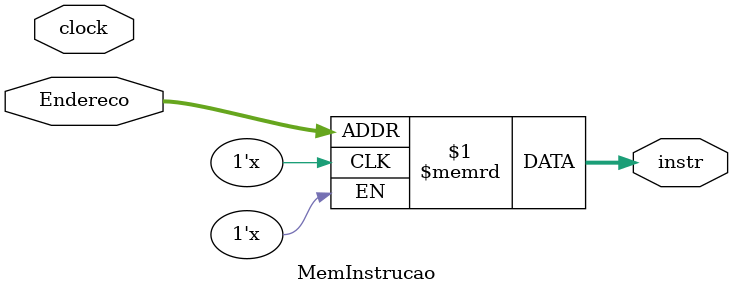
<source format=v>
/*
Implementação em Verilog dos componentes do nRisc que armazenam estado.
Aluno: Alexandre Roque.
Disciplina: Arquitetura e Organização de Computadores.
Professor: Mateus Felipe Tymburibá Ferreira.
*/
module MemInstrucao(Endereco, instr, clock);
    input clock;
	 input [7:0] Endereco;
    integer i;
    output [7:0] instr;
	 reg [7:0] memoria [255:0];


    //initial $readmemb("C:/Users/alexa/Documents/programEmBinario.txt",memoria);

    /*always begin
        @(posedge clock)
            instr <= memoria[endereco];
    end//always*/

    assign instr = memoria[Endereco];

endmodule

</source>
